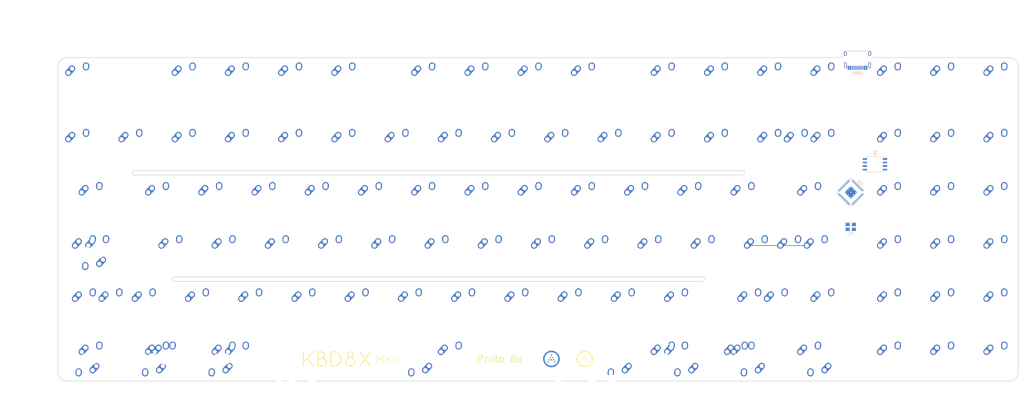
<source format=kicad_pcb>
(kicad_pcb (version 20211014) (generator pcbnew)
  (title_block (date "2022-04-24") (rev "2"))
  (layers (0 "F.Cu" signal) (31 "B.Cu" signal) (34 "B.Paste" user) (35 "F.Paste" user) (36 "B.SilkS" user "B.Silkscreen") (37 "F.SilkS" user "F.Silkscreen") (38 "B.Mask" user) (39 "F.Mask" user) (44 "Edge.Cuts" user))
  (net 0 "")
  (net 1 "GND")
  (net 2 "+3V3")
  (net 3 "+1V1")
  (net 4 "CS")
  (net 5 "SD1")
  (net 6 "SD2")
  (net 7 "SD0")
  (net 8 "QSPI_CLCK")
  (net 9 "SD3")
  (net 10 "D+")
  (net 11 "D-")
  (footprint "locallib:kbd8x-logo" (layer "F.Cu") (at 144.653 139.7)
    (fp_text reference "G***" hide)
    (fp_text value "LOGO" hide)
  )
  (footprint "MX_Alps:MX-1U-NoLED" (layer "F.Cu") (at 242.8875 120.65)
    (fp_text reference "MX_.1")
    (fp_text value "MX-1U")
  )
  (footprint "MX_Alps:MX-1U-NoLED" (layer "F.Cu") (at 223.8375 120.65)
    (fp_text reference "MX_,1")
    (fp_text value "MX-1U")
  )
  (footprint "MX_Alps:MX-1U-NoLED" (layer "F.Cu") (at 66.675 63.5)
    (fp_text reference "MX_#1")
    (fp_text value "MX-1U")
  )
  (footprint "MX_Alps:MX-1U-NoLED" (layer "F.Cu") (at 85.725 63.5)
    (fp_text reference "MX_#2")
    (fp_text value "MX-1U")
  )
  (footprint "MX_Alps:MX-1U-NoLED" (layer "F.Cu") (at 104.775 63.5)
    (fp_text reference "MX_#3")
    (fp_text value "MX-1U")
  )
  (footprint "MX_Alps:MX-1U-NoLED" (layer "F.Cu") (at 123.825 63.5)
    (fp_text reference "MX_#4")
    (fp_text value "MX-1U")
  )
  (footprint "MX_Alps:MX-1U-NoLED" (layer "F.Cu") (at 142.875 63.5)
    (fp_text reference "MX_#5")
    (fp_text value "MX-1U")
  )
  (footprint "MX_Alps:MX-1U-NoLED" (layer "F.Cu") (at 161.925 63.5)
    (fp_text reference "MX_#6")
    (fp_text value "MX-1U")
  )
  (footprint "MX_Alps:MX-1U-NoLED" (layer "F.Cu") (at 180.975 63.5)
    (fp_text reference "MX_#7")
    (fp_text value "MX-1U")
  )
  (footprint "MX_Alps:MX-1U-NoLED" (layer "F.Cu") (at 219.075 63.5)
    (fp_text reference "MX_#9")
    (fp_text value "MX-1U")
  )
  (footprint "MX_Alps:MX-1U-NoLED" (layer "F.Cu") (at 238.125 63.5)
    (fp_text reference "MX_#0_1")
    (fp_text value "MX-1U")
  )
  (footprint "MX_Alps:MX-1U-NoLED" (layer "F.Cu") (at 271.4625 101.6)
    (fp_text reference "MX_'1")
    (fp_text value "MX-1U")
  )
  (footprint "MX_Alps:MX-1U-NoLED" (layer "F.Cu") (at 257.175 63.5)
    (fp_text reference "MX_-1")
    (fp_text value "MX-1U")
  )
  (footprint "MX_Alps:MX-1U-NoLED" (layer "F.Cu") (at 261.9375 120.65)
    (fp_text reference "MX_/1")
    (fp_text value "MX-1U")
  )
  (footprint "MX_Alps:MX-1U-NoLED" (layer "F.Cu") (at 252.4125 101.6)
    (fp_text reference "MX_;1")
    (fp_text value "MX-1U")
  )
  (footprint "MX_Alps:MX-1U-NoLED" (layer "F.Cu") (at 276.225 63.5)
    (fp_text reference "MX_=1")
    (fp_text value "MX-1U")
  )
  (footprint "MX_Alps:MX-1U-NoLED" (layer "F.Cu") (at 266.7 82.55)
    (fp_text reference "MX_[1")
    (fp_text value "MX-1U")
  )
  (footprint "MX_Alps:MX-1.5U-NoLED" (layer "F.Cu") (at 309.5625 82.55)
    (fp_text reference "MX_\\1")
    (fp_text value "MX-1.5U")
  )
  (footprint "MX_Alps:MX-1U-NoLED" (layer "F.Cu") (at 290.5125 101.6)
    (fp_text reference "MX_\\2")
    (fp_text value "MX-1U")
  )
  (footprint "MX_Alps:MX-1U-NoLED" (layer "F.Cu") (at 285.75 82.55)
    (fp_text reference "MX_]1")
    (fp_text value "MX-1U")
  )
  (footprint "MX_Alps:MX-1U-NoLED" (layer "F.Cu") (at 47.625 63.5)
    (fp_text reference "MX_`1")
    (fp_text value "MX-1U")
  )
  (footprint "MX_Alps:MX-1U-NoLED" (layer "F.Cu") (at 80.9625 101.6)
    (fp_text reference "MX_A1")
    (fp_text value "MX-1U")
  )
  (footprint "MX_Alps:MX-1U-NoLED" (layer "F.Cu") (at 166.6875 120.65)
    (fp_text reference "MX_B1")
    (fp_text value "MX-1U")
  )
  (footprint "MX_Alps:MX-2U-ReversedStabilizers-NoLED" (layer "F.Cu") (at 304.8 63.5)
    (fp_text reference "MX_BACK1")
    (fp_text value "MX-2U")
  )
  (footprint "MX_Alps:MX-1U-NoLED" (layer "F.Cu") (at 295.275 63.5)
    (fp_text reference "MX_BACK2")
    (fp_text value "MX-1U")
  )
  (footprint "MX_Alps:MX-1U-NoLED" (layer "F.Cu") (at 314.325 63.5)
    (fp_text reference "MX_BACK3")
    (fp_text value "MX-1U")
  )
  (footprint "MX_Alps:MX-1U-NoLED" (layer "F.Cu") (at 128.5875 120.65)
    (fp_text reference "MX_C1")
    (fp_text value "MX-1U")
  )
  (footprint "MX_Alps:MX-1.75U-NoLED" (layer "F.Cu") (at 54.76875 101.6)
    (fp_text reference "MX_CLOCK1")
    (fp_text value "MX-1.75U")
  )
  (footprint "MX_Alps:MX-1.25U-NoLED" (layer "F.Cu") (at 50.00625 101.6)
    (fp_text reference "MX_CLOCK2")
    (fp_text value "MX-1.25U")
  )
  (footprint "MX_Alps:MX-1U-NoLED" (layer "F.Cu") (at 119.0625 101.6)
    (fp_text reference "MX_D1")
    (fp_text value "MX-1U")
  )
  (footprint "MX_Alps:MX-1U-NoLED" (layer "F.Cu") (at 338.1375 82.55)
    (fp_text reference "MX_DEL1_NP7")
    (fp_text value "MX-1U")
  )
  (footprint "MX_Alps:MX-1U-NoLED" (layer "F.Cu") (at 357.1875 139.7)
    (fp_text reference "MX_DN1_NP0")
    (fp_text value "MX-1U")
  )
  (footprint "MX_Alps:MX-1U-NoLED" (layer "F.Cu") (at 114.3 82.55)
    (fp_text reference "MX_E1")
    (fp_text value "MX-1U")
  )
  (footprint "MX_Alps:MX-1U-NoLED" (layer "F.Cu") (at 357.1875 82.55)
    (fp_text reference "MX_END1_NP8")
    (fp_text value "MX-1U")
  )
  (footprint "MX_Alps:MX-1U-NoLED" (layer "F.Cu") (at 47.625 39.6875)
    (fp_text reference "MX_ESC1")
    (fp_text value "MX-1U")
  )
  (footprint "MX_Alps:MX-1U-NoLED" (layer "F.Cu") (at 138.1125 101.6)
    (fp_text reference "MX_F1")
    (fp_text value "MX-1U")
  )
  (footprint "MX_Alps:MX-1U-NoLED" (layer "F.Cu") (at 85.725 39.6875)
    (fp_text reference "MX_FN1")
    (fp_text value "MX-1U")
  )
  (footprint "MX_Alps:MX-1U-NoLED" (layer "F.Cu") (at 104.775 39.6875)
    (fp_text reference "MX_FN2")
    (fp_text value "MX-1U")
  )
  (footprint "MX_Alps:MX-1U-NoLED" (layer "F.Cu") (at 123.825 39.6875)
    (fp_text reference "MX_FN3")
    (fp_text value "MX-1U")
  )
  (footprint "MX_Alps:MX-1U-NoLED" (layer "F.Cu") (at 142.875 39.6875)
    (fp_text reference "MX_FN4")
    (fp_text value "MX-1U")
  )
  (footprint "MX_Alps:MX-1U-NoLED" (layer "F.Cu") (at 171.45 39.6875)
    (fp_text reference "MX_FN5")
    (fp_text value "MX-1U")
  )
  (footprint "MX_Alps:MX-1U-NoLED" (layer "F.Cu") (at 190.5 39.6875)
    (fp_text reference "MX_FN6")
    (fp_text value "MX-1U")
  )
  (footprint "MX_Alps:MX-1U-NoLED" (layer "F.Cu") (at 209.55 39.6875)
    (fp_text reference "MX_FN7")
    (fp_text value "MX-1U")
  )
  (footprint "MX_Alps:MX-1U-NoLED" (layer "F.Cu") (at 228.6 39.6875)
    (fp_text reference "MX_FN8")
    (fp_text value "MX-1U")
  )
  (footprint "MX_Alps:MX-1U-NoLED" (layer "F.Cu") (at 257.175 39.6875)
    (fp_text reference "MX_FN9")
    (fp_text value "MX-1U")
  )
  (footprint "MX_Alps:MX-1U-NoLED" (layer "F.Cu") (at 276.225 39.6875)
    (fp_text reference "MX_FN10")
    (fp_text value "MX-1U")
  )
  (footprint "MX_Alps:MX-1U-NoLED" (layer "F.Cu") (at 295.275 39.6875)
    (fp_text reference "MX_FN11")
    (fp_text value "MX-1U")
  )
  (footprint "MX_Alps:MX-1U-NoLED" (layer "F.Cu") (at 314.325 39.6875)
    (fp_text reference "MX_FN12")
    (fp_text value "MX-1U")
  )
  (footprint "MX_Alps:MX-1U-NoLED" (layer "F.Cu") (at 157.1625 101.6)
    (fp_text reference "MX_G1")
    (fp_text value "MX-1U")
  )
  (footprint "MX_Alps:MX-1U-NoLED" (layer "F.Cu") (at 176.2125 101.6)
    (fp_text reference "MX_H1")
    (fp_text value "MX-1U")
  )
  (footprint "MX_Alps:MX-1U-NoLED" (layer "F.Cu") (at 357.1875 63.5)
    (fp_text reference "MX_HOME1")
    (fp_text value "MX-1U")
  )
  (footprint "MX_Alps:MX-1U-NoLED" (layer "F.Cu") (at 209.55 82.55)
    (fp_text reference "MX_I1")
    (fp_text value "MX-1U")
  )
  (footprint "MX_Alps:MX-1U-NoLED" (layer "F.Cu") (at 338.1375 63.5)
    (fp_text reference "MX_INS1")
    (fp_text value "MX-1U")
  )
  (footprint "MX_Alps:MX-1U-NoLED" (layer "F.Cu") (at 195.2625 101.6)
    (fp_text reference "MX_J1")
    (fp_text value "MX-1U")
  )
  (footprint "MX_Alps:MX-1U-NoLED" (layer "F.Cu") (at 214.3125 101.6)
    (fp_text reference "MX_K1")
    (fp_text value "MX-1U")
  )
  (footprint "MX_Alps:MX-1U-NoLED" (layer "F.Cu") (at 233.3625 101.6)
    (fp_text reference "MX_L1")
    (fp_text value "MX-1U")
  )
  (footprint "MX_Alps:MX-1.25U-NoLED" (layer "F.Cu") (at 97.63125 139.7 180)
    (fp_text reference "MX_LALT1")
    (fp_text value "MX-1.25U")
  )
  (footprint "MX_Alps:MX-1.5U-NoLED" (layer "F.Cu") (at 100.0125 139.7)
    (fp_text reference "MX_LALT2")
    (fp_text value "MX-1.5U")
  )
  (footprint "MX_Alps:MX-1.25U-NoLED" (layer "F.Cu") (at 50.00625 139.7 180)
    (fp_text reference "MX_LCTRL1")
    (fp_text value "MX-1.25U")
  )
  (footprint "MX_Alps:MX-1.5U-NoLED" (layer "F.Cu") (at 52.3875 139.7)
    (fp_text reference "MX_LCTRL2")
    (fp_text value "MX-1.5U")
  )
  (footprint "MX_Alps:MX-1U-NoLED" (layer "F.Cu") (at 338.1375 139.7)
    (fp_text reference "MX_LFT1_NP00")
    (fp_text value "MX-1U")
  )
  (footprint "MX_Alps:MX-1.25U-NoLED" (layer "F.Cu") (at 73.81875 139.7 180)
    (fp_text reference "MX_LGUI1")
    (fp_text value "MX-1.25U")
  )
  (footprint "MX_Alps:MX-1U-NoLED" (layer "F.Cu") (at 76.2 139.7)
    (fp_text reference "MX_LGUI2")
    (fp_text value "MX-1U")
  )
  (footprint "MX_Alps:MX-2.25U-ReversedStabilizers-NoLED" (layer "F.Cu") (at 59.53125 120.65)
    (fp_text reference "MX_LSHIFT1")
    (fp_text value "MX-2.25U")
  )
  (footprint "MX_Alps:MX-1.25U-NoLED" (layer "F.Cu") (at 50.00625 120.65)
    (fp_text reference "MX_LSHIFT2")
    (fp_text value "MX-1.25U")
  )
  (footprint "MX_Alps:MX-1U-NoLED" (layer "F.Cu") (at 71.4375 120.65)
    (fp_text reference "MX_LSHIFT3")
    (fp_text value "MX-1U")
  )
  (footprint "MX_Alps:MX-1U-NoLED" (layer "F.Cu") (at 204.7875 120.65)
    (fp_text reference "MX_M1")
    (fp_text value "MX-1U")
  )
  (footprint "MX_Alps:MX-1U-NoLED" (layer "F.Cu") (at 185.7375 120.65)
    (fp_text reference "MX_N1")
    (fp_text value "MX-1U")
  )
  (footprint "MX_Alps:MX-1U-NoLED" (layer "F.Cu") (at 228.6 82.55)
    (fp_text reference "MX_O1")
    (fp_text value "MX-1U")
  )
  (footprint "MX_Alps:MX-1U-NoLED" (layer "F.Cu") (at 247.65 82.55)
    (fp_text reference "MX_P1")
    (fp_text value "MX-1U")
  )
  (footprint "MX_Alps:MX-1U-NoLED" (layer "F.Cu") (at 376.2375 39.6875)
    (fp_text reference "MX_PAUSE1")
    (fp_text value "MX-1U")
  )
  (footprint "MX_Alps:MX-1U-NoLED" (layer "F.Cu") (at 376.2375 82.55)
    (fp_text reference "MX_PGDN1_NP9")
    (fp_text value "MX-1U")
  )
  (footprint "MX_Alps:MX-1U-NoLED" (layer "F.Cu") (at 376.2375 63.5)
    (fp_text reference "MX_PGUP1")
    (fp_text value "MX-1U")
  )
  (footprint "MX_Alps:MX-1U-NoLED" (layer "F.Cu") (at 338.1375 39.6875)
    (fp_text reference "MX_PRINT1")
    (fp_text value "MX-1U")
  )
  (footprint "MX_Alps:MX-1U-NoLED" (layer "F.Cu") (at 76.2 82.55)
    (fp_text reference "MX_Q1")
    (fp_text value "MX-1U")
  )
  (footprint "MX_Alps:MX-1U-NoLED" (layer "F.Cu") (at 133.35 82.55)
    (fp_text reference "MX_R1")
    (fp_text value "MX-1U")
  )
  (footprint "MX_Alps:MX-1.25U-NoLED" (layer "F.Cu") (at 240.50625 139.7 180)
    (fp_text reference "MX_RALT1")
    (fp_text value "MX-1.25U")
  )
  (footprint "MX_Alps:MX-1.5U-NoLED" (layer "F.Cu") (at 261.9375 139.7)
    (fp_text reference "MX_RALT2")
    (fp_text value "MX-1.5U")
  )
  (footprint "MX_Alps:MX-1.25U-NoLED" (layer "F.Cu") (at 311.94375 139.7 180)
    (fp_text reference "MX_RCTRL1")
    (fp_text value "MX-1.25U")
  )
  (footprint "MX_Alps:MX-1.5U-NoLED" (layer "F.Cu") (at 309.5625 139.7)
    (fp_text reference "MX_RCTRL2")
    (fp_text value "MX-1.5U")
  )
  (footprint "MX_Alps:MX-2.25U-ReversedStabilizers-NoLED" (layer "F.Cu") (at 302.41875 101.6)
    (fp_text reference "MX_RETURN1")
    (fp_text value "MX-2.25U")
  )
  (footprint "MX_Alps:MX-1.25U-NoLED" (layer "F.Cu") (at 264.31875 139.7 180)
    (fp_text reference "MX_RGUI1")
    (fp_text value "MX-1.25U")
  )
  (footprint "MX_Alps:MX-1U-NoLED" (layer "F.Cu") (at 285.75 139.7)
    (fp_text reference "MX_RGUI2")
    (fp_text value "MX-1U")
  )
  (footprint "MX_Alps:MX-1.25U-NoLED" (layer "F.Cu") (at 288.13125 139.7 180)
    (fp_text reference "MX_RMENU1")
    (fp_text value "MX-1.25U")
  )
  (footprint "MX_Alps:MX-2.75U-ReversedStabilizers-NoLED" (layer "F.Cu") (at 297.65625 120.65)
    (fp_text reference "MX_RSHIFT1")
    (fp_text value "MX-2.75U")
  )
  (footprint "MX_Alps:MX-1.75U-NoLED" (layer "F.Cu") (at 288.13125 120.65)
    (fp_text reference "MX_RSHIFT2")
    (fp_text value "MX-1.75U")
  )
  (footprint "MX_Alps:MX-1U-NoLED" (layer "F.Cu") (at 314.325 120.65)
    (fp_text reference "MX_RSHIFT3")
    (fp_text value "MX-1U")
  )
  (footprint "MX_Alps:MX-1U-NoLED" (layer "F.Cu") (at 376.2375 139.7)
    (fp_text reference "MX_RT1_NP_DOT")
    (fp_text value "MX-1U")
  )
  (footprint "MX_Alps:MX-1U-NoLED" (layer "F.Cu") (at 100.0125 101.6)
    (fp_text reference "MX_S1")
    (fp_text value "MX-1U")
  )
  (footprint "MX_Alps:MX-6.25U-NoLED" (layer "F.Cu") (at 169.06875 139.7 180)
    (fp_text reference "MX_SP1")
    (fp_text value "MX-6.25U")
  )
  (footprint "MX_Alps:MX-6.5U-ReversedStabilizers-NoLED" (layer "F.Cu") (at 180.975 139.7)
    (fp_text reference "MX_SP3")
    (fp_text value "MX-7U")
  )
  (footprint "MX_Alps:MX-1U-NoLED" (layer "F.Cu") (at 152.4 82.55)
    (fp_text reference "MX_T1")
    (fp_text value "MX-1U")
  )
  (footprint "MX_Alps:MX-1U-NoLED" (layer "F.Cu") (at 190.5 82.55)
    (fp_text reference "MX_U1")
    (fp_text value "MX-1U")
  )
  (footprint "MX_Alps:MX-1U-NoLED" (layer "F.Cu") (at 357.1875 120.65)
    (fp_text reference "MX_UP1_NP2")
    (fp_text value "MX-1U")
  )
  (footprint "MX_Alps:MX-1U-NoLED" (layer "F.Cu") (at 147.6375 120.65)
    (fp_text reference "MX_V1")
    (fp_text value "MX-1U")
  )
  (footprint "MX_Alps:MX-1U-NoLED" (layer "F.Cu") (at 95.25 82.55)
    (fp_text reference "MX_W1")
    (fp_text value "MX-1U")
  )
  (footprint "MX_Alps:MX-1U-NoLED" (layer "F.Cu") (at 109.5375 120.65)
    (fp_text reference "MX_X1")
    (fp_text value "MX-1U")
  )
  (footprint "MX_Alps:MX-1U-NoLED" (layer "F.Cu") (at 171.45 82.55)
    (fp_text reference "MX_Y1")
    (fp_text value "MX-1U")
  )
  (footprint "MX_Alps:MX-1U-NoLED" (layer "F.Cu") (at 90.4875 120.65)
    (fp_text reference "MX_Z1")
    (fp_text value "MX-1U")
  )
  (footprint "locallib:ai-ring-6mm" (layer "F.Cu") (at 228.6 139.7)
    (fp_text reference "G***" hide)
    (fp_text value "LOGO" hide)
  )
  (footprint "MX_Alps:MX-1U-NoLED" (layer "F.Cu") (at 200.025 63.5)
    (fp_text reference "MX_#8")
    (fp_text value "MX-1U")
  )
  (footprint "MX_Alps:MX-1.5U-NoLED" (layer "F.Cu") (at 52.3875 82.55)
    (fp_text reference "MX_TAB1")
    (fp_text value "MX-1.5U")
  )
  (footprint "MX_Alps:MX-1U-NoLED" (layer "F.Cu") (at 357.1875 39.6875)
    (fp_text reference "MX_SLOCK1")
    (fp_text value "MX-1U")
  )
  (footprint "MX_Alps:MX-1U-NoLED" (layer "F.Cu") (at 78.58125 139.7)
    (fp_text reference "MX_LGUI3")
    (fp_text value "MX-1U")
  )
  (footprint "MX_Alps:MX-1U-NoLED" (layer "F.Cu") (at 338.1375 120.65)
    (fp_text reference "MX_NP1")
    (fp_text value "MX-1U")
  )
  (footprint "MX_Alps:MX-1U-NoLED" (layer "F.Cu") (at 376.2375 101.6)
    (fp_text reference "MX_NP6")
    (fp_text value "MX-1U")
  )
  (footprint "MX_Alps:MX-1U-NoLED" (layer "F.Cu") (at 357.1875 101.6)
    (fp_text reference "MX_NP5")
    (fp_text value "MX-1U")
  )
  (footprint "MX_Alps:MX-7U-ReversedStabilizers-NoLED" (layer "F.Cu") (at 180.975 139.7)
    (fp_text reference "MX_SP2")
    (fp_text value "MX-7U")
  )
  (footprint "MX_Alps:MX-1U-NoLED" (layer "F.Cu") (at 376.2375 120.65)
    (fp_text reference "MX_NP3")
    (fp_text value "MX-1U")
  )
  (footprint "MX_Alps:MX-1.5U-NoLED" (layer "F.Cu") (at 257.175 139.7)
    (fp_text reference "MX_RALT3")
    (fp_text value "MX-1.5U")
  )
  (footprint "MX_Alps:MX-1.5U-NoLED" (layer "F.Cu") (at 104.775 139.7)
    (fp_text reference "MX_LALT3")
    (fp_text value "MX-1.5U")
  )
  (footprint "MX_Alps:MX-1U-NoLED" (layer "F.Cu") (at 283.36875 139.7)
    (fp_text reference "MX_RGUI3")
    (fp_text value "MX-1U")
  )
  (footprint "MX_Alps:MX-1.5U-NoLED" (layer "F.Cu") (at 52.3875 101.6 180)
    (fp_text reference "MX_CLOCK3")
    (fp_text value "MX-1.5U")
  )
  (footprint "MX_Alps:MX-1U-NoLED" (layer "F.Cu") (at 338.1375 101.6)
    (fp_text reference "MX_NP4")
    (fp_text value "MX-1U")
  )
  (footprint "MX_Alps:MX-1.25U-NoLED" (layer "F.Cu") (at 311.94375 101.6)
    (fp_text reference "MX_RCTRL3")
    (fp_text value "MX-1.25U")
  )
  (footprint "Type-C:HRO-TYPE-C-31-M-12-Assembly" (layer "B.Cu") (at 326.23125 27.687125)
    (fp_text reference "USB1")
    (fp_text value "HRO-TYPE-C-31-M-12")
  )
  (footprint "locallib:ai-ring-6mm-FancyAss-Mask" (layer "B.Cu") (at 216.69375 139.7 180)
    (fp_text reference "G***" hide)
    (fp_text value "LOGO" hide)
  )
  (footprint "locallib:ai-ring-6mm-FancyAss" (layer "B.Cu") (at 216.69375 139.7 180)
    (fp_text reference "G***" hide)
    (fp_text value "LOGO" hide)
  )
  (footprint "Crystal:Crystal_SMD_3225-4Pin_3.2x2.5mm" (layer "B.Cu") (at 323.85 92.403778)
    (fp_text reference "Y1")
    (fp_text value "12MHz")
  )
  (footprint "Sleep-Lib:RP2040-QFN-56" (layer "B.Cu") (at 323.85 80.01 135)
    (fp_text reference "U3")
    (fp_text value "RP2040")
  )
  (footprint "Package_SO:SOIC-8_5.23x5.23mm_P1.27mm" (layer "B.Cu") (at 332.465054 69.952793 180)
    (fp_text reference "U1")
    (fp_text value "W25Q128JVS")
  )
  (gr_arc (start 284.95625 72.23125) (mid 285.75 73.025) (end 284.95625 73.81875) (layer "Edge.Cuts") (width 0.2))
  (gr_arc (start 332.184375 31.75) (mid 331.623109 31.517516) (end 331.390625 30.95625) (layer "Edge.Cuts") (width 0.2))
  (gr_line (start 81.75625 111.91875) (end 270.66875 111.91875) (layer "Edge.Cuts") (width 0.2))
  (gr_line (start 321.071875 30.1625) (end 321.071875 30.95625) (layer "Edge.Cuts") (width 0.2))
  (gr_line (start 67.46875 73.81875) (end 284.95625 73.81875) (layer "Edge.Cuts") (width 0.2))
  (gr_line (start 284.95625 72.23125) (end 67.46875 72.23125) (layer "Edge.Cuts") (width 0.2))
  (gr_arc (start 81.75625 111.91875) (mid 80.9625 111.125) (end 81.75625 110.33125) (layer "Edge.Cuts") (width 0.2))
  (gr_line (start 383.778125 34.925) (end 383.778125 144.4625) (layer "Edge.Cuts") (width 0.2))
  (gr_line (start 332.184375 31.75) (end 380.603125 31.75) (layer "Edge.Cuts") (width 0.2))
  (gr_line (start 380.603125 147.6375) (end 43.259375 147.6375) (layer "Edge.Cuts") (width 0.2))
  (gr_line (start 40.084375 144.4625) (end 40.084375 34.925) (layer "Edge.Cuts") (width 0.2))
  (gr_arc (start 383.778125 144.4625) (mid 382.848189 146.707564) (end 380.603125 147.6375) (layer "Edge.Cuts") (width 0.2))
  (gr_arc (start 43.259375 147.6375) (mid 41.014311 146.707564) (end 40.084375 144.4625) (layer "Edge.Cuts") (width 0.2))
  (gr_line (start 331.390625 30.1625) (end 331.390625 30.95625) (layer "Edge.Cuts") (width 0.2))
  (gr_line (start 270.66875 110.33125) (end 81.75625 110.33125) (layer "Edge.Cuts") (width 0.2))
  (gr_line (start 43.259375 31.75) (end 320.278125 31.75) (layer "Edge.Cuts") (width 0.2))
  (gr_arc (start 67.46875 73.81875) (mid 66.675 73.025) (end 67.46875 72.23125) (layer "Edge.Cuts") (width 0.2))
  (gr_arc (start 321.071875 30.95625) (mid 320.839391 31.517516) (end 320.278125 31.75) (layer "Edge.Cuts") (width 0.2))
  (gr_arc (start 380.603125 31.75) (mid 382.848189 32.679936) (end 383.778125 34.925) (layer "Edge.Cuts") (width 0.2))
  (gr_arc (start 270.66875 110.33125) (mid 271.4625 111.125) (end 270.66875 111.91875) (layer "Edge.Cuts") (width 0.2))
  (gr_arc (start 321.071875 30.1625) (mid 321.304359 29.601234) (end 321.865625 29.36875) (layer "Edge.Cuts") (width 0.2))
  (gr_arc (start 40.084375 34.925) (mid 41.014311 32.679936) (end 43.259375 31.75) (layer "Edge.Cuts") (width 0.2))
  (gr_line (start 321.865625 29.36875) (end 330.596875 29.36875) (layer "Edge.Cuts") (width 0.2))
  (gr_arc (start 330.596875 29.36875) (mid 331.158141 29.601234) (end 331.390625 30.1625) (layer "Edge.Cuts") (width 0.2))
  (gr_text "Proto 8x" (at 198.12 139.7) (layer "F.SilkS") (effects (font (size 2.5 2.5) (thickness 0.4))))
  (segment (start 298.60875 99.06) (end 308.13375 99.06) (width 0.2) (layer "F.Cu") (net 0))
  (segment (start 298.60875 99.06) (end 286.7025 99.06) (width 0.2) (layer "F.Cu") (net 0))
)
</source>
